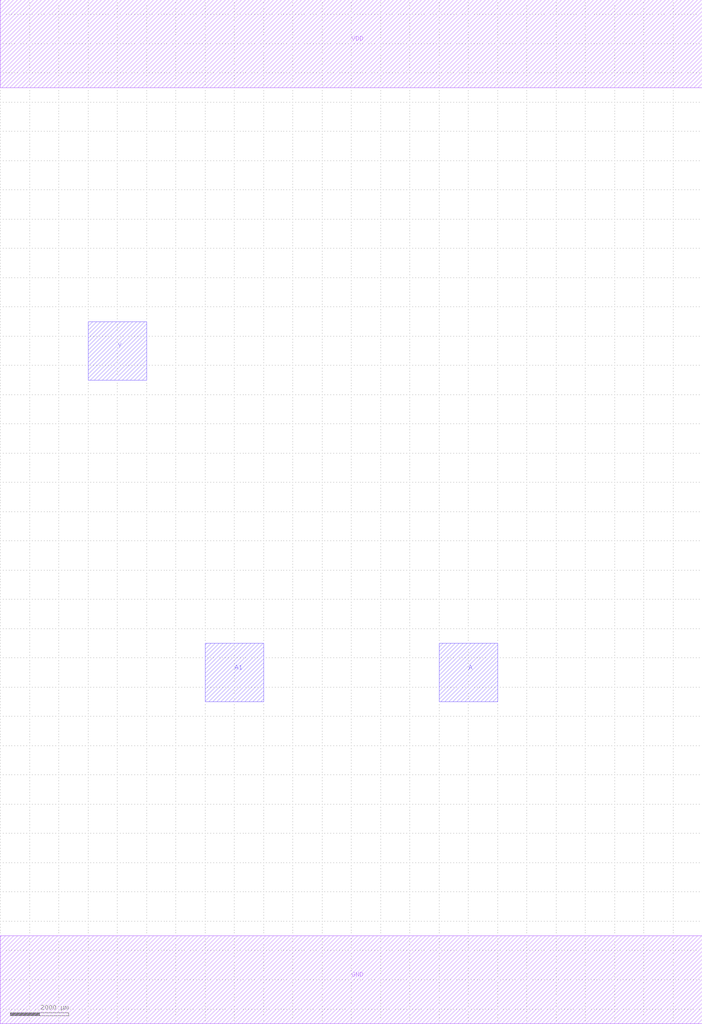
<source format=lef>
MACRO AOI21
 CLASS CORE ;
 ORIGIN 0 0 ;
 FOREIGN AOI21 0 0 ;
 SITE CORE ;
 SYMMETRY X Y R90 ;
  PIN VDD
   DIRECTION INOUT ;
   USE SIGNAL ;
   SHAPE ABUTMENT ;
    PORT
     CLASS CORE ;
       LAYER metal1 ;
        RECT 0.00000000 30500.00000000 24000.00000000 33500.00000000 ;
    END
  END VDD

  PIN GND
   DIRECTION INOUT ;
   USE SIGNAL ;
   SHAPE ABUTMENT ;
    PORT
     CLASS CORE ;
       LAYER metal1 ;
        RECT 0.00000000 -1500.00000000 24000.00000000 1500.00000000 ;
    END
  END GND

  PIN A1
   DIRECTION INOUT ;
   USE SIGNAL ;
   SHAPE ABUTMENT ;
    PORT
     CLASS CORE ;
       LAYER metal2 ;
        RECT 7000.00000000 9500.00000000 9000.00000000 11500.00000000 ;
    END
  END A1

  PIN A
   DIRECTION INOUT ;
   USE SIGNAL ;
   SHAPE ABUTMENT ;
    PORT
     CLASS CORE ;
       LAYER metal2 ;
        RECT 15000.00000000 9500.00000000 17000.00000000 11500.00000000 ;
    END
  END A

  PIN Y
   DIRECTION INOUT ;
   USE SIGNAL ;
   SHAPE ABUTMENT ;
    PORT
     CLASS CORE ;
       LAYER metal2 ;
        RECT 3000.00000000 20500.00000000 5000.00000000 22500.00000000 ;
    END
  END Y


END AOI21

</source>
